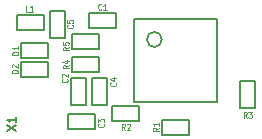
<source format=gto>
G04 (created by PCBNEW (2013-mar-13)-testing) date Tue 26 Mar 2013 09:26:07 PM EDT*
%MOIN*%
G04 Gerber Fmt 3.4, Leading zero omitted, Abs format*
%FSLAX34Y34*%
G01*
G70*
G90*
G04 APERTURE LIST*
%ADD10C,0.006*%
%ADD11C,0.00590551*%
%ADD12C,0.008*%
%ADD13C,0.005*%
%ADD14C,0.0045*%
G04 APERTURE END LIST*
G54D10*
G54D11*
X72202Y-54522D02*
X72202Y-57277D01*
X69447Y-57277D02*
X72202Y-57277D01*
X69447Y-54522D02*
X69447Y-57277D01*
X72202Y-54522D02*
X69447Y-54522D01*
G54D12*
X70362Y-55187D02*
G75*
G03X70362Y-55187I-250J0D01*
G74*
G01*
G54D13*
X65675Y-55925D02*
X66575Y-55925D01*
X66575Y-55925D02*
X66575Y-56425D01*
X66575Y-56425D02*
X65675Y-56425D01*
X65675Y-56425D02*
X65675Y-55925D01*
X67370Y-55770D02*
X68270Y-55770D01*
X68270Y-55770D02*
X68270Y-56270D01*
X68270Y-56270D02*
X67370Y-56270D01*
X67370Y-56270D02*
X67370Y-55770D01*
X67370Y-54990D02*
X68270Y-54990D01*
X68270Y-54990D02*
X68270Y-55490D01*
X68270Y-55490D02*
X67370Y-55490D01*
X67370Y-55490D02*
X67370Y-54990D01*
X65675Y-55300D02*
X66575Y-55300D01*
X66575Y-55300D02*
X66575Y-55800D01*
X66575Y-55800D02*
X65675Y-55800D01*
X65675Y-55800D02*
X65675Y-55300D01*
X70370Y-57870D02*
X71270Y-57870D01*
X71270Y-57870D02*
X71270Y-58370D01*
X71270Y-58370D02*
X70370Y-58370D01*
X70370Y-58370D02*
X70370Y-57870D01*
X68825Y-54800D02*
X67925Y-54800D01*
X67925Y-54800D02*
X67925Y-54300D01*
X67925Y-54300D02*
X68825Y-54300D01*
X68825Y-54300D02*
X68825Y-54800D01*
X67825Y-56475D02*
X67825Y-57375D01*
X67825Y-57375D02*
X67325Y-57375D01*
X67325Y-57375D02*
X67325Y-56475D01*
X67325Y-56475D02*
X67825Y-56475D01*
X68700Y-57400D02*
X69600Y-57400D01*
X69600Y-57400D02*
X69600Y-57900D01*
X69600Y-57900D02*
X68700Y-57900D01*
X68700Y-57900D02*
X68700Y-57400D01*
X67250Y-57675D02*
X68150Y-57675D01*
X68150Y-57675D02*
X68150Y-58175D01*
X68150Y-58175D02*
X67250Y-58175D01*
X67250Y-58175D02*
X67250Y-57675D01*
X68525Y-56475D02*
X68525Y-57375D01*
X68525Y-57375D02*
X68025Y-57375D01*
X68025Y-57375D02*
X68025Y-56475D01*
X68025Y-56475D02*
X68525Y-56475D01*
X67125Y-54225D02*
X67125Y-55125D01*
X67125Y-55125D02*
X66625Y-55125D01*
X66625Y-55125D02*
X66625Y-54225D01*
X66625Y-54225D02*
X67125Y-54225D01*
X72960Y-57465D02*
X72960Y-56565D01*
X72960Y-56565D02*
X73460Y-56565D01*
X73460Y-56565D02*
X73460Y-57465D01*
X73460Y-57465D02*
X72960Y-57465D01*
X66425Y-54875D02*
X65525Y-54875D01*
X65525Y-54875D02*
X65525Y-54375D01*
X65525Y-54375D02*
X66425Y-54375D01*
X66425Y-54375D02*
X66425Y-54875D01*
X65201Y-58242D02*
X65501Y-58042D01*
X65201Y-58042D02*
X65501Y-58242D01*
X65501Y-57771D02*
X65501Y-57942D01*
X65501Y-57857D02*
X65201Y-57857D01*
X65244Y-57885D01*
X65272Y-57914D01*
X65287Y-57942D01*
G54D14*
X65560Y-56292D02*
X65360Y-56292D01*
X65360Y-56250D01*
X65370Y-56224D01*
X65389Y-56207D01*
X65408Y-56198D01*
X65446Y-56190D01*
X65475Y-56190D01*
X65513Y-56198D01*
X65532Y-56207D01*
X65551Y-56224D01*
X65560Y-56250D01*
X65560Y-56292D01*
X65380Y-56121D02*
X65370Y-56112D01*
X65360Y-56095D01*
X65360Y-56052D01*
X65370Y-56035D01*
X65380Y-56027D01*
X65399Y-56018D01*
X65418Y-56018D01*
X65446Y-56027D01*
X65560Y-56130D01*
X65560Y-56018D01*
X67260Y-56050D02*
X67165Y-56110D01*
X67260Y-56152D02*
X67060Y-56152D01*
X67060Y-56084D01*
X67070Y-56067D01*
X67080Y-56058D01*
X67099Y-56050D01*
X67127Y-56050D01*
X67146Y-56058D01*
X67156Y-56067D01*
X67165Y-56084D01*
X67165Y-56152D01*
X67127Y-55895D02*
X67260Y-55895D01*
X67051Y-55938D02*
X67194Y-55981D01*
X67194Y-55870D01*
X67260Y-55450D02*
X67165Y-55510D01*
X67260Y-55552D02*
X67060Y-55552D01*
X67060Y-55484D01*
X67070Y-55467D01*
X67080Y-55458D01*
X67099Y-55450D01*
X67127Y-55450D01*
X67146Y-55458D01*
X67156Y-55467D01*
X67165Y-55484D01*
X67165Y-55552D01*
X67060Y-55287D02*
X67060Y-55372D01*
X67156Y-55381D01*
X67146Y-55372D01*
X67137Y-55355D01*
X67137Y-55312D01*
X67146Y-55295D01*
X67156Y-55287D01*
X67175Y-55278D01*
X67222Y-55278D01*
X67241Y-55287D01*
X67251Y-55295D01*
X67260Y-55312D01*
X67260Y-55355D01*
X67251Y-55372D01*
X67241Y-55381D01*
X65580Y-55692D02*
X65380Y-55692D01*
X65380Y-55650D01*
X65390Y-55624D01*
X65409Y-55607D01*
X65428Y-55598D01*
X65466Y-55590D01*
X65495Y-55590D01*
X65533Y-55598D01*
X65552Y-55607D01*
X65571Y-55624D01*
X65580Y-55650D01*
X65580Y-55692D01*
X65580Y-55418D02*
X65580Y-55521D01*
X65580Y-55470D02*
X65380Y-55470D01*
X65409Y-55487D01*
X65428Y-55504D01*
X65438Y-55521D01*
X70260Y-58130D02*
X70165Y-58190D01*
X70260Y-58232D02*
X70060Y-58232D01*
X70060Y-58164D01*
X70070Y-58147D01*
X70080Y-58138D01*
X70099Y-58130D01*
X70127Y-58130D01*
X70146Y-58138D01*
X70156Y-58147D01*
X70165Y-58164D01*
X70165Y-58232D01*
X70260Y-57958D02*
X70260Y-58061D01*
X70260Y-58010D02*
X70060Y-58010D01*
X70089Y-58027D01*
X70108Y-58044D01*
X70118Y-58061D01*
X68350Y-54181D02*
X68341Y-54191D01*
X68315Y-54200D01*
X68298Y-54200D01*
X68272Y-54191D01*
X68255Y-54172D01*
X68247Y-54153D01*
X68238Y-54115D01*
X68238Y-54086D01*
X68247Y-54048D01*
X68255Y-54029D01*
X68272Y-54010D01*
X68298Y-54000D01*
X68315Y-54000D01*
X68341Y-54010D01*
X68350Y-54020D01*
X68521Y-54200D02*
X68418Y-54200D01*
X68470Y-54200D02*
X68470Y-54000D01*
X68452Y-54029D01*
X68435Y-54048D01*
X68418Y-54058D01*
X67201Y-56510D02*
X67211Y-56518D01*
X67220Y-56544D01*
X67220Y-56561D01*
X67211Y-56587D01*
X67192Y-56604D01*
X67173Y-56612D01*
X67135Y-56621D01*
X67106Y-56621D01*
X67068Y-56612D01*
X67049Y-56604D01*
X67030Y-56587D01*
X67020Y-56561D01*
X67020Y-56544D01*
X67030Y-56518D01*
X67040Y-56510D01*
X67040Y-56441D02*
X67030Y-56432D01*
X67020Y-56415D01*
X67020Y-56372D01*
X67030Y-56355D01*
X67040Y-56347D01*
X67059Y-56338D01*
X67078Y-56338D01*
X67106Y-56347D01*
X67220Y-56450D01*
X67220Y-56338D01*
X69130Y-58200D02*
X69070Y-58105D01*
X69027Y-58200D02*
X69027Y-58000D01*
X69095Y-58000D01*
X69112Y-58010D01*
X69121Y-58020D01*
X69130Y-58039D01*
X69130Y-58067D01*
X69121Y-58086D01*
X69112Y-58096D01*
X69095Y-58105D01*
X69027Y-58105D01*
X69198Y-58020D02*
X69207Y-58010D01*
X69224Y-58000D01*
X69267Y-58000D01*
X69284Y-58010D01*
X69292Y-58020D01*
X69301Y-58039D01*
X69301Y-58058D01*
X69292Y-58086D01*
X69190Y-58200D01*
X69301Y-58200D01*
X68421Y-58010D02*
X68431Y-58018D01*
X68440Y-58044D01*
X68440Y-58061D01*
X68431Y-58087D01*
X68412Y-58104D01*
X68393Y-58112D01*
X68355Y-58121D01*
X68326Y-58121D01*
X68288Y-58112D01*
X68269Y-58104D01*
X68250Y-58087D01*
X68240Y-58061D01*
X68240Y-58044D01*
X68250Y-58018D01*
X68260Y-58010D01*
X68240Y-57950D02*
X68240Y-57838D01*
X68317Y-57898D01*
X68317Y-57872D01*
X68326Y-57855D01*
X68336Y-57847D01*
X68355Y-57838D01*
X68402Y-57838D01*
X68421Y-57847D01*
X68431Y-57855D01*
X68440Y-57872D01*
X68440Y-57924D01*
X68431Y-57941D01*
X68421Y-57950D01*
X68821Y-56630D02*
X68831Y-56638D01*
X68840Y-56664D01*
X68840Y-56681D01*
X68831Y-56707D01*
X68812Y-56724D01*
X68793Y-56732D01*
X68755Y-56741D01*
X68726Y-56741D01*
X68688Y-56732D01*
X68669Y-56724D01*
X68650Y-56707D01*
X68640Y-56681D01*
X68640Y-56664D01*
X68650Y-56638D01*
X68660Y-56630D01*
X68707Y-56475D02*
X68840Y-56475D01*
X68631Y-56518D02*
X68774Y-56561D01*
X68774Y-56450D01*
X67381Y-54710D02*
X67391Y-54718D01*
X67400Y-54744D01*
X67400Y-54761D01*
X67391Y-54787D01*
X67372Y-54804D01*
X67353Y-54812D01*
X67315Y-54821D01*
X67286Y-54821D01*
X67248Y-54812D01*
X67229Y-54804D01*
X67210Y-54787D01*
X67200Y-54761D01*
X67200Y-54744D01*
X67210Y-54718D01*
X67220Y-54710D01*
X67200Y-54547D02*
X67200Y-54632D01*
X67296Y-54641D01*
X67286Y-54632D01*
X67277Y-54615D01*
X67277Y-54572D01*
X67286Y-54555D01*
X67296Y-54547D01*
X67315Y-54538D01*
X67362Y-54538D01*
X67381Y-54547D01*
X67391Y-54555D01*
X67400Y-54572D01*
X67400Y-54615D01*
X67391Y-54632D01*
X67381Y-54641D01*
X73190Y-57800D02*
X73130Y-57705D01*
X73087Y-57800D02*
X73087Y-57600D01*
X73155Y-57600D01*
X73172Y-57610D01*
X73181Y-57620D01*
X73190Y-57639D01*
X73190Y-57667D01*
X73181Y-57686D01*
X73172Y-57696D01*
X73155Y-57705D01*
X73087Y-57705D01*
X73250Y-57600D02*
X73361Y-57600D01*
X73301Y-57677D01*
X73327Y-57677D01*
X73344Y-57686D01*
X73352Y-57696D01*
X73361Y-57715D01*
X73361Y-57762D01*
X73352Y-57781D01*
X73344Y-57791D01*
X73327Y-57800D01*
X73275Y-57800D01*
X73258Y-57791D01*
X73250Y-57781D01*
X65930Y-54260D02*
X65844Y-54260D01*
X65844Y-54060D01*
X66084Y-54260D02*
X65981Y-54260D01*
X66032Y-54260D02*
X66032Y-54060D01*
X66015Y-54089D01*
X65998Y-54108D01*
X65981Y-54118D01*
M02*

</source>
